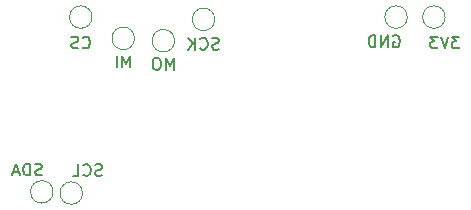
<source format=gbr>
%TF.GenerationSoftware,KiCad,Pcbnew,9.0.7*%
%TF.CreationDate,2026-02-03T16:32:22-08:00*%
%TF.ProjectId,BasicDatalogger,42617369-6344-4617-9461-6c6f67676572,rev?*%
%TF.SameCoordinates,Original*%
%TF.FileFunction,Legend,Bot*%
%TF.FilePolarity,Positive*%
%FSLAX46Y46*%
G04 Gerber Fmt 4.6, Leading zero omitted, Abs format (unit mm)*
G04 Created by KiCad (PCBNEW 9.0.7) date 2026-02-03 16:32:22*
%MOMM*%
%LPD*%
G01*
G04 APERTURE LIST*
%ADD10C,0.150000*%
%ADD11C,0.120000*%
G04 APERTURE END LIST*
D10*
X112157142Y-57054819D02*
X112157142Y-56054819D01*
X112157142Y-56054819D02*
X111823809Y-56769104D01*
X111823809Y-56769104D02*
X111490476Y-56054819D01*
X111490476Y-56054819D02*
X111490476Y-57054819D01*
X110823809Y-56054819D02*
X110633333Y-56054819D01*
X110633333Y-56054819D02*
X110538095Y-56102438D01*
X110538095Y-56102438D02*
X110442857Y-56197676D01*
X110442857Y-56197676D02*
X110395238Y-56388152D01*
X110395238Y-56388152D02*
X110395238Y-56721485D01*
X110395238Y-56721485D02*
X110442857Y-56911961D01*
X110442857Y-56911961D02*
X110538095Y-57007200D01*
X110538095Y-57007200D02*
X110633333Y-57054819D01*
X110633333Y-57054819D02*
X110823809Y-57054819D01*
X110823809Y-57054819D02*
X110919047Y-57007200D01*
X110919047Y-57007200D02*
X111014285Y-56911961D01*
X111014285Y-56911961D02*
X111061904Y-56721485D01*
X111061904Y-56721485D02*
X111061904Y-56388152D01*
X111061904Y-56388152D02*
X111014285Y-56197676D01*
X111014285Y-56197676D02*
X110919047Y-56102438D01*
X110919047Y-56102438D02*
X110823809Y-56054819D01*
X108471427Y-56854819D02*
X108471427Y-55854819D01*
X108471427Y-55854819D02*
X108138094Y-56569104D01*
X108138094Y-56569104D02*
X107804761Y-55854819D01*
X107804761Y-55854819D02*
X107804761Y-56854819D01*
X107328570Y-56854819D02*
X107328570Y-55854819D01*
X104466666Y-55159580D02*
X104514285Y-55207200D01*
X104514285Y-55207200D02*
X104657142Y-55254819D01*
X104657142Y-55254819D02*
X104752380Y-55254819D01*
X104752380Y-55254819D02*
X104895237Y-55207200D01*
X104895237Y-55207200D02*
X104990475Y-55111961D01*
X104990475Y-55111961D02*
X105038094Y-55016723D01*
X105038094Y-55016723D02*
X105085713Y-54826247D01*
X105085713Y-54826247D02*
X105085713Y-54683390D01*
X105085713Y-54683390D02*
X105038094Y-54492914D01*
X105038094Y-54492914D02*
X104990475Y-54397676D01*
X104990475Y-54397676D02*
X104895237Y-54302438D01*
X104895237Y-54302438D02*
X104752380Y-54254819D01*
X104752380Y-54254819D02*
X104657142Y-54254819D01*
X104657142Y-54254819D02*
X104514285Y-54302438D01*
X104514285Y-54302438D02*
X104466666Y-54350057D01*
X104085713Y-55207200D02*
X103942856Y-55254819D01*
X103942856Y-55254819D02*
X103704761Y-55254819D01*
X103704761Y-55254819D02*
X103609523Y-55207200D01*
X103609523Y-55207200D02*
X103561904Y-55159580D01*
X103561904Y-55159580D02*
X103514285Y-55064342D01*
X103514285Y-55064342D02*
X103514285Y-54969104D01*
X103514285Y-54969104D02*
X103561904Y-54873866D01*
X103561904Y-54873866D02*
X103609523Y-54826247D01*
X103609523Y-54826247D02*
X103704761Y-54778628D01*
X103704761Y-54778628D02*
X103895237Y-54731009D01*
X103895237Y-54731009D02*
X103990475Y-54683390D01*
X103990475Y-54683390D02*
X104038094Y-54635771D01*
X104038094Y-54635771D02*
X104085713Y-54540533D01*
X104085713Y-54540533D02*
X104085713Y-54445295D01*
X104085713Y-54445295D02*
X104038094Y-54350057D01*
X104038094Y-54350057D02*
X103990475Y-54302438D01*
X103990475Y-54302438D02*
X103895237Y-54254819D01*
X103895237Y-54254819D02*
X103657142Y-54254819D01*
X103657142Y-54254819D02*
X103514285Y-54302438D01*
X130761904Y-54202438D02*
X130857142Y-54154819D01*
X130857142Y-54154819D02*
X130999999Y-54154819D01*
X130999999Y-54154819D02*
X131142856Y-54202438D01*
X131142856Y-54202438D02*
X131238094Y-54297676D01*
X131238094Y-54297676D02*
X131285713Y-54392914D01*
X131285713Y-54392914D02*
X131333332Y-54583390D01*
X131333332Y-54583390D02*
X131333332Y-54726247D01*
X131333332Y-54726247D02*
X131285713Y-54916723D01*
X131285713Y-54916723D02*
X131238094Y-55011961D01*
X131238094Y-55011961D02*
X131142856Y-55107200D01*
X131142856Y-55107200D02*
X130999999Y-55154819D01*
X130999999Y-55154819D02*
X130904761Y-55154819D01*
X130904761Y-55154819D02*
X130761904Y-55107200D01*
X130761904Y-55107200D02*
X130714285Y-55059580D01*
X130714285Y-55059580D02*
X130714285Y-54726247D01*
X130714285Y-54726247D02*
X130904761Y-54726247D01*
X130285713Y-55154819D02*
X130285713Y-54154819D01*
X130285713Y-54154819D02*
X129714285Y-55154819D01*
X129714285Y-55154819D02*
X129714285Y-54154819D01*
X129238094Y-55154819D02*
X129238094Y-54154819D01*
X129238094Y-54154819D02*
X128999999Y-54154819D01*
X128999999Y-54154819D02*
X128857142Y-54202438D01*
X128857142Y-54202438D02*
X128761904Y-54297676D01*
X128761904Y-54297676D02*
X128714285Y-54392914D01*
X128714285Y-54392914D02*
X128666666Y-54583390D01*
X128666666Y-54583390D02*
X128666666Y-54726247D01*
X128666666Y-54726247D02*
X128714285Y-54916723D01*
X128714285Y-54916723D02*
X128761904Y-55011961D01*
X128761904Y-55011961D02*
X128857142Y-55107200D01*
X128857142Y-55107200D02*
X128999999Y-55154819D01*
X128999999Y-55154819D02*
X129238094Y-55154819D01*
X106090475Y-66007200D02*
X105947618Y-66054819D01*
X105947618Y-66054819D02*
X105709523Y-66054819D01*
X105709523Y-66054819D02*
X105614285Y-66007200D01*
X105614285Y-66007200D02*
X105566666Y-65959580D01*
X105566666Y-65959580D02*
X105519047Y-65864342D01*
X105519047Y-65864342D02*
X105519047Y-65769104D01*
X105519047Y-65769104D02*
X105566666Y-65673866D01*
X105566666Y-65673866D02*
X105614285Y-65626247D01*
X105614285Y-65626247D02*
X105709523Y-65578628D01*
X105709523Y-65578628D02*
X105899999Y-65531009D01*
X105899999Y-65531009D02*
X105995237Y-65483390D01*
X105995237Y-65483390D02*
X106042856Y-65435771D01*
X106042856Y-65435771D02*
X106090475Y-65340533D01*
X106090475Y-65340533D02*
X106090475Y-65245295D01*
X106090475Y-65245295D02*
X106042856Y-65150057D01*
X106042856Y-65150057D02*
X105995237Y-65102438D01*
X105995237Y-65102438D02*
X105899999Y-65054819D01*
X105899999Y-65054819D02*
X105661904Y-65054819D01*
X105661904Y-65054819D02*
X105519047Y-65102438D01*
X104519047Y-65959580D02*
X104566666Y-66007200D01*
X104566666Y-66007200D02*
X104709523Y-66054819D01*
X104709523Y-66054819D02*
X104804761Y-66054819D01*
X104804761Y-66054819D02*
X104947618Y-66007200D01*
X104947618Y-66007200D02*
X105042856Y-65911961D01*
X105042856Y-65911961D02*
X105090475Y-65816723D01*
X105090475Y-65816723D02*
X105138094Y-65626247D01*
X105138094Y-65626247D02*
X105138094Y-65483390D01*
X105138094Y-65483390D02*
X105090475Y-65292914D01*
X105090475Y-65292914D02*
X105042856Y-65197676D01*
X105042856Y-65197676D02*
X104947618Y-65102438D01*
X104947618Y-65102438D02*
X104804761Y-65054819D01*
X104804761Y-65054819D02*
X104709523Y-65054819D01*
X104709523Y-65054819D02*
X104566666Y-65102438D01*
X104566666Y-65102438D02*
X104519047Y-65150057D01*
X103614285Y-66054819D02*
X104090475Y-66054819D01*
X104090475Y-66054819D02*
X104090475Y-65054819D01*
X115985713Y-55307200D02*
X115842856Y-55354819D01*
X115842856Y-55354819D02*
X115604761Y-55354819D01*
X115604761Y-55354819D02*
X115509523Y-55307200D01*
X115509523Y-55307200D02*
X115461904Y-55259580D01*
X115461904Y-55259580D02*
X115414285Y-55164342D01*
X115414285Y-55164342D02*
X115414285Y-55069104D01*
X115414285Y-55069104D02*
X115461904Y-54973866D01*
X115461904Y-54973866D02*
X115509523Y-54926247D01*
X115509523Y-54926247D02*
X115604761Y-54878628D01*
X115604761Y-54878628D02*
X115795237Y-54831009D01*
X115795237Y-54831009D02*
X115890475Y-54783390D01*
X115890475Y-54783390D02*
X115938094Y-54735771D01*
X115938094Y-54735771D02*
X115985713Y-54640533D01*
X115985713Y-54640533D02*
X115985713Y-54545295D01*
X115985713Y-54545295D02*
X115938094Y-54450057D01*
X115938094Y-54450057D02*
X115890475Y-54402438D01*
X115890475Y-54402438D02*
X115795237Y-54354819D01*
X115795237Y-54354819D02*
X115557142Y-54354819D01*
X115557142Y-54354819D02*
X115414285Y-54402438D01*
X114414285Y-55259580D02*
X114461904Y-55307200D01*
X114461904Y-55307200D02*
X114604761Y-55354819D01*
X114604761Y-55354819D02*
X114699999Y-55354819D01*
X114699999Y-55354819D02*
X114842856Y-55307200D01*
X114842856Y-55307200D02*
X114938094Y-55211961D01*
X114938094Y-55211961D02*
X114985713Y-55116723D01*
X114985713Y-55116723D02*
X115033332Y-54926247D01*
X115033332Y-54926247D02*
X115033332Y-54783390D01*
X115033332Y-54783390D02*
X114985713Y-54592914D01*
X114985713Y-54592914D02*
X114938094Y-54497676D01*
X114938094Y-54497676D02*
X114842856Y-54402438D01*
X114842856Y-54402438D02*
X114699999Y-54354819D01*
X114699999Y-54354819D02*
X114604761Y-54354819D01*
X114604761Y-54354819D02*
X114461904Y-54402438D01*
X114461904Y-54402438D02*
X114414285Y-54450057D01*
X113985713Y-55354819D02*
X113985713Y-54354819D01*
X113414285Y-55354819D02*
X113842856Y-54783390D01*
X113414285Y-54354819D02*
X113985713Y-54926247D01*
X136338094Y-54254819D02*
X135719047Y-54254819D01*
X135719047Y-54254819D02*
X136052380Y-54635771D01*
X136052380Y-54635771D02*
X135909523Y-54635771D01*
X135909523Y-54635771D02*
X135814285Y-54683390D01*
X135814285Y-54683390D02*
X135766666Y-54731009D01*
X135766666Y-54731009D02*
X135719047Y-54826247D01*
X135719047Y-54826247D02*
X135719047Y-55064342D01*
X135719047Y-55064342D02*
X135766666Y-55159580D01*
X135766666Y-55159580D02*
X135814285Y-55207200D01*
X135814285Y-55207200D02*
X135909523Y-55254819D01*
X135909523Y-55254819D02*
X136195237Y-55254819D01*
X136195237Y-55254819D02*
X136290475Y-55207200D01*
X136290475Y-55207200D02*
X136338094Y-55159580D01*
X135433332Y-54254819D02*
X135099999Y-55254819D01*
X135099999Y-55254819D02*
X134766666Y-54254819D01*
X134528570Y-54254819D02*
X133909523Y-54254819D01*
X133909523Y-54254819D02*
X134242856Y-54635771D01*
X134242856Y-54635771D02*
X134099999Y-54635771D01*
X134099999Y-54635771D02*
X134004761Y-54683390D01*
X134004761Y-54683390D02*
X133957142Y-54731009D01*
X133957142Y-54731009D02*
X133909523Y-54826247D01*
X133909523Y-54826247D02*
X133909523Y-55064342D01*
X133909523Y-55064342D02*
X133957142Y-55159580D01*
X133957142Y-55159580D02*
X134004761Y-55207200D01*
X134004761Y-55207200D02*
X134099999Y-55254819D01*
X134099999Y-55254819D02*
X134385713Y-55254819D01*
X134385713Y-55254819D02*
X134480951Y-55207200D01*
X134480951Y-55207200D02*
X134528570Y-55159580D01*
X101014285Y-65957200D02*
X100871428Y-66004819D01*
X100871428Y-66004819D02*
X100633333Y-66004819D01*
X100633333Y-66004819D02*
X100538095Y-65957200D01*
X100538095Y-65957200D02*
X100490476Y-65909580D01*
X100490476Y-65909580D02*
X100442857Y-65814342D01*
X100442857Y-65814342D02*
X100442857Y-65719104D01*
X100442857Y-65719104D02*
X100490476Y-65623866D01*
X100490476Y-65623866D02*
X100538095Y-65576247D01*
X100538095Y-65576247D02*
X100633333Y-65528628D01*
X100633333Y-65528628D02*
X100823809Y-65481009D01*
X100823809Y-65481009D02*
X100919047Y-65433390D01*
X100919047Y-65433390D02*
X100966666Y-65385771D01*
X100966666Y-65385771D02*
X101014285Y-65290533D01*
X101014285Y-65290533D02*
X101014285Y-65195295D01*
X101014285Y-65195295D02*
X100966666Y-65100057D01*
X100966666Y-65100057D02*
X100919047Y-65052438D01*
X100919047Y-65052438D02*
X100823809Y-65004819D01*
X100823809Y-65004819D02*
X100585714Y-65004819D01*
X100585714Y-65004819D02*
X100442857Y-65052438D01*
X100014285Y-66004819D02*
X100014285Y-65004819D01*
X100014285Y-65004819D02*
X99776190Y-65004819D01*
X99776190Y-65004819D02*
X99633333Y-65052438D01*
X99633333Y-65052438D02*
X99538095Y-65147676D01*
X99538095Y-65147676D02*
X99490476Y-65242914D01*
X99490476Y-65242914D02*
X99442857Y-65433390D01*
X99442857Y-65433390D02*
X99442857Y-65576247D01*
X99442857Y-65576247D02*
X99490476Y-65766723D01*
X99490476Y-65766723D02*
X99538095Y-65861961D01*
X99538095Y-65861961D02*
X99633333Y-65957200D01*
X99633333Y-65957200D02*
X99776190Y-66004819D01*
X99776190Y-66004819D02*
X100014285Y-66004819D01*
X99061904Y-65719104D02*
X98585714Y-65719104D01*
X99157142Y-66004819D02*
X98823809Y-65004819D01*
X98823809Y-65004819D02*
X98490476Y-66004819D01*
D11*
%TO.C,MO*%
X112250000Y-54600000D02*
G75*
G02*
X110350000Y-54600000I-950000J0D01*
G01*
X110350000Y-54600000D02*
G75*
G02*
X112250000Y-54600000I950000J0D01*
G01*
%TO.C,MI*%
X108850000Y-54400000D02*
G75*
G02*
X106950000Y-54400000I-950000J0D01*
G01*
X106950000Y-54400000D02*
G75*
G02*
X108850000Y-54400000I950000J0D01*
G01*
%TO.C,CS*%
X105250000Y-52600000D02*
G75*
G02*
X103350000Y-52600000I-950000J0D01*
G01*
X103350000Y-52600000D02*
G75*
G02*
X105250000Y-52600000I950000J0D01*
G01*
%TO.C,GND*%
X131950000Y-52600000D02*
G75*
G02*
X130050000Y-52600000I-950000J0D01*
G01*
X130050000Y-52600000D02*
G75*
G02*
X131950000Y-52600000I950000J0D01*
G01*
%TO.C,SCL*%
X104450000Y-67500000D02*
G75*
G02*
X102550000Y-67500000I-950000J0D01*
G01*
X102550000Y-67500000D02*
G75*
G02*
X104450000Y-67500000I950000J0D01*
G01*
%TO.C,SCK*%
X115650000Y-52800000D02*
G75*
G02*
X113750000Y-52800000I-950000J0D01*
G01*
X113750000Y-52800000D02*
G75*
G02*
X115650000Y-52800000I950000J0D01*
G01*
%TO.C,3V3*%
X135150000Y-52600000D02*
G75*
G02*
X133250000Y-52600000I-950000J0D01*
G01*
X133250000Y-52600000D02*
G75*
G02*
X135150000Y-52600000I950000J0D01*
G01*
%TO.C,SDA*%
X101950000Y-67400000D02*
G75*
G02*
X100050000Y-67400000I-950000J0D01*
G01*
X100050000Y-67400000D02*
G75*
G02*
X101950000Y-67400000I950000J0D01*
G01*
%TD*%
M02*

</source>
